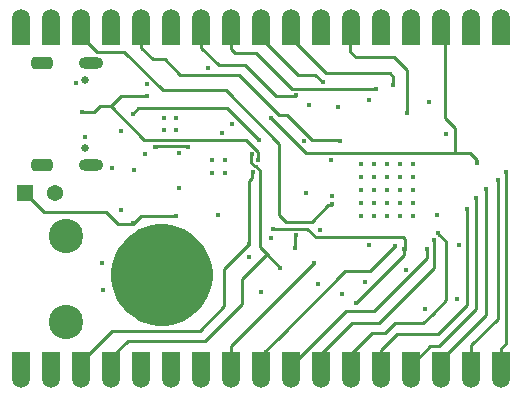
<source format=gbr>
%TF.GenerationSoftware,Altium Limited,Altium Designer,24.10.1 (45)*%
G04 Layer_Physical_Order=4*
G04 Layer_Color=16711680*
%FSLAX45Y45*%
%MOMM*%
%TF.SameCoordinates,D2505BA3-E522-476C-ACF0-F4815D070146*%
%TF.FilePolarity,Positive*%
%TF.FileFunction,Copper,L4,Bot,Signal*%
%TF.Part,Single*%
G01*
G75*
%TA.AperFunction,Conductor*%
%ADD41C,0.25400*%
%TA.AperFunction,ComponentPad*%
G04:AMPARAMS|DCode=42|XSize=1.8mm|YSize=1mm|CornerRadius=0.25mm|HoleSize=0mm|Usage=FLASHONLY|Rotation=0.000|XOffset=0mm|YOffset=0mm|HoleType=Round|Shape=RoundedRectangle|*
%AMROUNDEDRECTD42*
21,1,1.80000,0.50000,0,0,0.0*
21,1,1.30000,1.00000,0,0,0.0*
1,1,0.50000,0.65000,-0.25000*
1,1,0.50000,-0.65000,-0.25000*
1,1,0.50000,-0.65000,0.25000*
1,1,0.50000,0.65000,0.25000*
%
%ADD42ROUNDEDRECTD42*%
%ADD43O,2.10000X1.00000*%
%ADD44C,0.65000*%
%AMCUSTOMSHAPE45*
4,1,7,0.75000,0.75000,0.75000,0.00000,0.75000,-1.50000,0.75000,-1.50000,-0.75000,-1.50000,-0.75000,0.75000,-0.75000,0.75000,0.75000,0.75000,0.0*%
%ADD45CUSTOMSHAPE45*%

%AMCUSTOMSHAPE46*
4,1,7,-0.75000,-0.75000,-0.75000,0.00000,-0.75000,1.50000,-0.75000,1.50000,0.75000,1.50000,0.75000,-0.75000,0.75000,-0.75000,-0.75000,-0.75000,0.0*%
%ADD46CUSTOMSHAPE46*%

%ADD47C,1.37000*%
%ADD48R,1.37000X1.37000*%
%ADD49C,2.91000*%
%TA.AperFunction,ViaPad*%
%ADD50C,0.45000*%
%ADD51C,1.50000*%
G36*
X1391545Y1299912D02*
X1445991Y1285323D01*
X1498068Y1263752D01*
X1546884Y1235568D01*
X1591603Y1201254D01*
X1631461Y1161396D01*
X1665775Y1116677D01*
X1693959Y1067861D01*
X1715529Y1015785D01*
X1730118Y961338D01*
X1737476Y905453D01*
Y877270D01*
Y849086D01*
X1730118Y793201D01*
X1715529Y738754D01*
X1693959Y686677D01*
X1665775Y637862D01*
X1631461Y593142D01*
X1591603Y553285D01*
X1546884Y518971D01*
X1498068Y490787D01*
X1445991Y469216D01*
X1391545Y454627D01*
X1335660Y447270D01*
X1279292D01*
X1223407Y454627D01*
X1168960Y469216D01*
X1116884Y490787D01*
X1068068Y518971D01*
X1023349Y553285D01*
X983491Y593142D01*
X949177Y637862D01*
X920993Y686677D01*
X899422Y738754D01*
X884833Y793201D01*
X877476Y849086D01*
Y877270D01*
Y905453D01*
X884833Y961338D01*
X899422Y1015785D01*
X920993Y1067861D01*
X949177Y1116677D01*
X983491Y1161396D01*
X1023349Y1201254D01*
X1068068Y1235568D01*
X1116884Y1263752D01*
X1168960Y1285323D01*
X1223407Y1299912D01*
X1279292Y1307269D01*
X1335660D01*
X1391545Y1299912D01*
D02*
G37*
D41*
X1670000Y320000D02*
X1985333Y635333D01*
X1020000Y320000D02*
X1670000D01*
X837500Y1410000D02*
X933750Y1313750D01*
X1063750D01*
X1130000Y1380000D01*
X1430000D01*
X306000Y1410000D02*
X837500D01*
X1630000Y405000D02*
X1837500Y612500D01*
X883000Y405000D02*
X1630000D01*
X661500Y183500D02*
X883000Y405000D01*
X1837500Y612500D02*
Y927500D01*
X2050000Y1140000D01*
X1985333Y845333D02*
X2195600Y1055600D01*
X1985333Y635333D02*
Y845333D01*
X1514496Y1970200D02*
X1524696Y1960000D01*
X1530000D01*
X1265504Y1970200D02*
X1514496D01*
X1250000Y1960000D02*
X1255304D01*
X1265504Y1970200D01*
X3976250Y1833750D02*
X3980000Y1830000D01*
X3976250Y1833750D02*
Y1853750D01*
X3919600Y1910400D02*
X3976250Y1853750D01*
X3790000Y1910400D02*
X3919600D01*
X3780400D02*
X3790000D01*
X2409800Y2455200D02*
X3119281D01*
X1927500Y2760000D02*
X2105000D01*
X2409800Y2455200D01*
X2153750Y2878250D02*
X2457000Y2575000D01*
X2605400D01*
X2670000Y2510400D01*
X1896000Y2791500D02*
Y2900000D01*
Y2791500D02*
X1927500Y2760000D01*
X1642000Y2803000D02*
X1790000Y2655000D01*
X2015000D02*
X2273750Y2396250D01*
X1790000Y2655000D02*
X2015000D01*
X1642000Y2803000D02*
Y2900000D01*
X1134000Y2798500D02*
X1230000Y2702500D01*
X1332500D01*
X1134000Y2798500D02*
Y2900000D01*
X1332500Y2702500D02*
X1465000Y2570000D01*
X1962500D01*
X1317728Y2440000D02*
X1847500D01*
X2300000Y1390000D02*
Y1987500D01*
X1847500Y2440000D02*
X2300000Y1987500D01*
X1962500Y2570000D02*
X2297200Y2235300D01*
X2365851D01*
X3650000Y1224696D02*
X3712500Y1162196D01*
X3600011Y550011D02*
X3712500Y662500D01*
Y1162196D01*
X3928000Y283000D02*
X4150000Y505000D01*
Y1680000D01*
X3928000Y150000D02*
Y283000D01*
X3360000Y1095942D02*
X3363207Y1099149D01*
X3356250Y1086888D02*
X3362569Y1093207D01*
X3363207Y1099149D02*
Y1185121D01*
X3362569Y1093207D02*
X3363207D01*
X3356250Y1046250D02*
Y1086888D01*
X2950000Y640000D02*
X3356250Y1046250D01*
X3070000Y910000D02*
X3280000Y1120000D01*
X2860000Y910000D02*
X3070000D01*
X4220000Y296100D02*
Y1750000D01*
X4050000Y536879D02*
Y1610000D01*
X3701020Y187899D02*
X4050000Y536879D01*
X3652700Y272700D02*
X3970000Y590000D01*
Y1530000D01*
X3650000Y380000D02*
X3890000Y620000D01*
Y1440000D01*
X3650000Y1224696D02*
Y1230000D01*
X4182000Y258100D02*
X4220000Y296100D01*
X4182000Y150000D02*
Y258100D01*
X2950000Y2720000D02*
X3270000D01*
X3380000Y2250000D02*
Y2610000D01*
X3270000Y2720000D02*
X3380000Y2610000D01*
X3268800Y2490000D02*
Y2551200D01*
X3235600Y2584400D02*
X3268800Y2551200D01*
X2904000Y2766000D02*
X2950000Y2720000D01*
X2407750Y2878250D02*
X2701600Y2584400D01*
X3235600D01*
X2407750Y2878250D02*
Y2888251D01*
X2273750Y2396250D02*
X2436250D01*
X2440000Y2400000D01*
X1860000Y2290000D02*
X2130000Y2020000D01*
X1110000Y2290000D02*
X1860000D01*
X2195600Y1055600D02*
X2311400Y939800D01*
X2140000Y1111200D02*
X2195600Y1055600D01*
X2529600Y1910400D02*
X3780400D01*
X3790000Y1920000D01*
Y2121921D01*
X3600011Y550011D02*
X3600011D01*
X3280000Y470000D02*
X3520000D01*
X3600011Y550011D01*
X2230000Y2210000D02*
X2529600Y1910400D01*
X2610000Y1200000D02*
X3348328D01*
X3363207Y1185121D01*
X2540000Y1270000D02*
X2610000Y1200000D01*
X2298300Y348300D02*
X2860000Y910000D01*
X2172316Y163184D02*
X2185500Y150000D01*
X876196Y2305155D02*
X1156551Y2024800D01*
X2023918D01*
X2125397Y1923320D01*
X1060000Y2240000D02*
X1110000Y2290000D01*
X961042Y2390000D02*
X1180000D01*
X876196Y2305155D02*
X961042Y2390000D01*
X1896000Y150000D02*
Y276000D01*
X2600000Y980000D01*
X880000Y180000D02*
X1020000Y320000D01*
X880000Y150000D02*
Y180000D01*
X2360000Y1330000D02*
X2576935D01*
X2300000Y1390000D02*
X2360000Y1330000D01*
X2576935D02*
X2718517Y1471582D01*
X2578057Y2023094D02*
X2801602D01*
X2365851Y2235300D02*
X2578057Y2023094D01*
X989028Y2768700D02*
X1317728Y2440000D01*
X756421Y2768700D02*
X989028D01*
X3701020Y158480D02*
X3709500Y150000D01*
X3300000Y380000D02*
X3650000D01*
X3420000Y150000D02*
X3456542D01*
X3579242Y272700D02*
X3652700D01*
X3456542Y150000D02*
X3579242Y272700D01*
X3166000Y246000D02*
X3300000Y380000D01*
X3166000Y150000D02*
Y246000D01*
X3090000Y390000D02*
X3200000D01*
X2912000Y212000D02*
X3090000Y390000D01*
X3200000D02*
X3280000Y470000D01*
X2912000Y150000D02*
Y212000D01*
X2920000Y470000D02*
X3150000D01*
X2658000Y208000D02*
X2920000Y470000D01*
X3150000D02*
X3613030Y933030D01*
X2658000Y150000D02*
Y208000D01*
X2140000Y1111200D02*
Y1760562D01*
X2103262Y1797300D02*
X2140000Y1760562D01*
X2123750Y1856250D02*
Y1875944D01*
X2120000Y1852500D02*
X2123750Y1856250D01*
X2050000Y1140000D02*
Y1672872D01*
X2066447Y1896705D02*
X2070197Y1900456D01*
X2050000Y1672872D02*
X2072575Y1695447D01*
X2064800Y1829635D02*
Y1875365D01*
X2072575Y1742422D02*
X2076325Y1746173D01*
X2064800Y1875365D02*
X2066447Y1877011D01*
X2072575Y1695447D02*
Y1742422D01*
X2123750Y1875944D02*
X2125397Y1877591D01*
X2066447Y1877011D02*
Y1896705D01*
X2097136Y1797300D02*
X2103262D01*
X2125397Y1877591D02*
Y1923320D01*
X2064800Y1829635D02*
X2097136Y1797300D01*
X2172316Y163184D02*
Y222316D01*
X2298300Y348300D02*
Y348300D01*
X2172316Y222316D02*
X2298300Y348300D01*
X3613030Y933030D02*
Y1175317D01*
X3191910Y159590D02*
X3201500Y150000D01*
X2442898Y153398D02*
X2443398D01*
X2439500Y150000D02*
X2442898Y153398D01*
X2443398D02*
X2863500Y573500D01*
X3550000Y1020000D02*
Y1100000D01*
X3103500Y573500D02*
X3550000Y1020000D01*
X2863500Y573500D02*
X3103500D01*
X3691121Y2900000D02*
X3706000Y2885121D01*
X3689500Y2900000D02*
X3691121D01*
X3706000Y2205921D02*
Y2885121D01*
X2927500Y2889999D02*
Y2900000D01*
X2904000Y2866500D02*
X2927500Y2889999D01*
X648832Y2876289D02*
Y2892668D01*
X641500Y2900000D02*
X648832Y2892668D01*
Y2876289D02*
X756421Y2768700D01*
X2904000Y2766000D02*
Y2866500D01*
X3706000Y2205921D02*
X3790000Y2121921D01*
X2814696Y2010000D02*
X2820000D01*
X2801602Y2023094D02*
X2814696Y2010000D01*
X2746582Y1471582D02*
X2750000Y1475000D01*
X2718517Y1471582D02*
X2746582D01*
X146000Y1570000D02*
X306000Y1410000D01*
X150000Y1574079D02*
Y1610000D01*
X632100Y2255000D02*
X733173D01*
X783328Y2305155D02*
X876196D01*
X733173Y2255000D02*
X783328Y2305155D01*
X2250000Y1270000D02*
X2540000D01*
X2439200Y1103786D02*
Y1214000D01*
X2440000Y1214800D01*
X2438400Y1102986D02*
X2439200Y1103786D01*
D42*
X292000Y2671000D02*
D03*
Y1807000D02*
D03*
D43*
X710000Y2671000D02*
D03*
Y1807000D02*
D03*
D44*
X660000Y1950000D02*
D03*
Y2528000D02*
D03*
D45*
X118000Y150000D02*
D03*
X372000D02*
D03*
X626000D02*
D03*
X880000D02*
D03*
X1134000D02*
D03*
X1388000D02*
D03*
X1642000D02*
D03*
X1896000D02*
D03*
X2150000D02*
D03*
X2404000D02*
D03*
X2658000D02*
D03*
X2912000D02*
D03*
X3166000D02*
D03*
X3420000D02*
D03*
X3674000D02*
D03*
X4182000D02*
D03*
X3928000D02*
D03*
D46*
X4182000Y2900000D02*
D03*
X3928000D02*
D03*
X3674000D02*
D03*
X3420000D02*
D03*
X3166000D02*
D03*
X2912000D02*
D03*
X2658000D02*
D03*
X2404000D02*
D03*
X2150000D02*
D03*
X1896000D02*
D03*
X1642000D02*
D03*
X1388000D02*
D03*
X1134000D02*
D03*
X880000D02*
D03*
X626000D02*
D03*
X118000D02*
D03*
X372000D02*
D03*
D47*
X400000Y1570000D02*
D03*
D48*
X146000D02*
D03*
D49*
X500000Y1210000D02*
D03*
Y480000D02*
D03*
D50*
X1067500Y1317500D02*
D03*
X2800000Y2300000D02*
D03*
X1452500Y1912500D02*
D03*
Y1615000D02*
D03*
X3062500Y2360000D02*
D03*
X3380000Y2250000D02*
D03*
X3360000Y1095942D02*
D03*
X3280000Y1120000D02*
D03*
X3540000Y590000D02*
D03*
X3804032Y675968D02*
D03*
X3980000Y1830000D02*
D03*
X4220000Y1750000D02*
D03*
X4150000Y1680000D02*
D03*
X4050000Y1610000D02*
D03*
X3970000Y1530000D02*
D03*
X3890000Y1440000D02*
D03*
X3650000Y1230000D02*
D03*
X3820000Y1130000D02*
D03*
X3570000Y2340000D02*
D03*
X3268800Y2490000D02*
D03*
X3119281Y2455200D02*
D03*
X2670000Y2510400D02*
D03*
X2440000Y2400000D02*
D03*
X2550000Y2320000D02*
D03*
X810000Y750000D02*
D03*
X660000Y2050000D02*
D03*
X1700000Y2630000D02*
D03*
X2130000Y2020000D02*
D03*
X1900000Y2160000D02*
D03*
X2742098Y1855200D02*
D03*
X2510000Y2010000D02*
D03*
X2650000Y1260000D02*
D03*
X3640000Y1390000D02*
D03*
X3030000Y820000D02*
D03*
X3060000Y1130000D02*
D03*
X1250000Y1960000D02*
D03*
X1530000D02*
D03*
X1820000Y2080000D02*
D03*
X959706Y1426393D02*
D03*
X1845000Y1745000D02*
D03*
X1735000D02*
D03*
X1845000Y1855000D02*
D03*
X1735000D02*
D03*
X1070000Y1770000D02*
D03*
X890000Y1780000D02*
D03*
X1425000Y2205000D02*
D03*
Y2105000D02*
D03*
X1325000Y2205000D02*
D03*
Y2105000D02*
D03*
X2530000Y1570000D02*
D03*
X1186334Y2493330D02*
D03*
X2076325Y1746173D02*
D03*
X2120000Y1852500D02*
D03*
X2070197Y1900456D02*
D03*
X632100Y2255000D02*
D03*
X800000Y980000D02*
D03*
X2230000Y1195200D02*
D03*
X1780000Y1390000D02*
D03*
X1430000Y1380000D02*
D03*
X2440000Y1214800D02*
D03*
X2230000Y2210000D02*
D03*
X2750000Y1550000D02*
D03*
X2050000Y1030000D02*
D03*
X2438400Y1102986D02*
D03*
X2311400Y939800D02*
D03*
X2250000Y1270000D02*
D03*
X1060000Y2240000D02*
D03*
X960000Y2100000D02*
D03*
X1180000Y2390000D02*
D03*
X2830000Y720000D02*
D03*
X2630000Y800000D02*
D03*
X3709500Y2069200D02*
D03*
X580000Y2500000D02*
D03*
X3375968Y924032D02*
D03*
X2150000Y737500D02*
D03*
X3550000Y1100000D02*
D03*
X3613030Y1175317D02*
D03*
X2750000Y1475000D02*
D03*
X2950000Y640000D02*
D03*
X2050000Y1140000D02*
D03*
X2820000Y2010000D02*
D03*
X3430759Y1375100D02*
D03*
X3320760Y1375100D02*
D03*
X3210760Y1375101D02*
D03*
X3100760Y1375100D02*
D03*
X2990760Y1375101D02*
D03*
X3430760Y1485100D02*
D03*
X3320759Y1485100D02*
D03*
X3210760Y1485100D02*
D03*
X3100760Y1485101D02*
D03*
X2990760Y1485100D02*
D03*
X3430759Y1595100D02*
D03*
X3320760Y1595100D02*
D03*
X3210760D02*
D03*
X3100760D02*
D03*
X2990760Y1595100D02*
D03*
X3430760Y1705100D02*
D03*
X3320760D02*
D03*
X3210760D02*
D03*
X3100760Y1705100D02*
D03*
X2990760Y1705100D02*
D03*
X3430760Y1815100D02*
D03*
X3320760D02*
D03*
X3210760Y1815100D02*
D03*
X3100760Y1815100D02*
D03*
X2990760D02*
D03*
X1168400Y1905000D02*
D03*
X2600000Y980000D02*
D03*
D51*
X118000Y0D02*
D03*
X372000D02*
D03*
X626000D02*
D03*
X880000D02*
D03*
X1134000D02*
D03*
X1388000D02*
D03*
X1642000D02*
D03*
X1896000D02*
D03*
X2150000D02*
D03*
X2404000D02*
D03*
X2658000D02*
D03*
X2912000D02*
D03*
X3166000D02*
D03*
X3420000D02*
D03*
X3674000D02*
D03*
X4182000D02*
D03*
X3928000D02*
D03*
X4182000Y3050000D02*
D03*
X3928000D02*
D03*
X3674000D02*
D03*
X3420000D02*
D03*
X3166000D02*
D03*
X2912000D02*
D03*
X2658000D02*
D03*
X2404000D02*
D03*
X2150000D02*
D03*
X1896000D02*
D03*
X1642000D02*
D03*
X1388000D02*
D03*
X1134000D02*
D03*
X880000D02*
D03*
X626000D02*
D03*
X118000D02*
D03*
X372000D02*
D03*
%TF.MD5,36ae232ec3da688dbe6d921e7aa2fdbd*%
M02*

</source>
